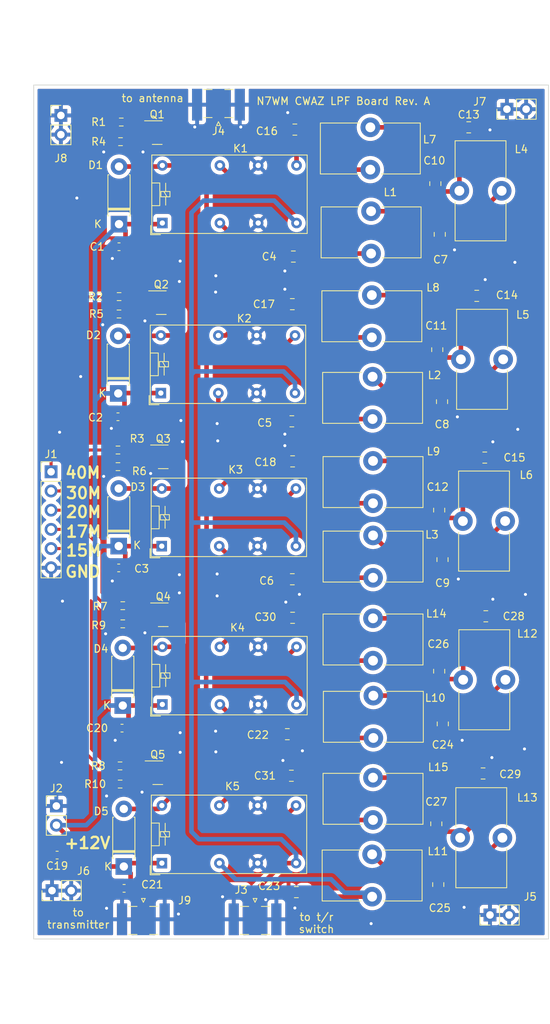
<source format=kicad_pcb>
(kicad_pcb (version 20211014) (generator pcbnew)
  (layers (0 "F.Cu" signal) (31 "B.Cu" signal) (34 "B.Paste" user) (35 "F.Paste" user) (36 "B.SilkS" user "B.Silkscreen") (37 "F.SilkS" user "F.Silkscreen") (38 "B.Mask" user) (39 "F.Mask" user) (44 "Edge.Cuts" user))
  (net 0 "")
  (net 1 "GND")
  (net 2 "Net-(K1-Pad4)")
  (net 3 "Net-(C5-Pad1)")
  (net 4 "Net-(C6-Pad1)")
  (net 5 "Net-(C10-Pad2)")
  (net 6 "Net-(C11-Pad2)")
  (net 7 "Net-(C12-Pad2)")
  (net 8 "Net-(C10-Pad1)")
  (net 9 "Net-(C11-Pad1)")
  (net 10 "Net-(C12-Pad1)")
  (net 11 "Net-(C16-Pad1)")
  (net 12 "Net-(C17-Pad1)")
  (net 13 "Net-(C18-Pad1)")
  (net 14 "Net-(K4-Pad4)")
  (net 15 "Net-(C23-Pad1)")
  (net 16 "Net-(C24-Pad1)")
  (net 17 "Net-(C25-Pad1)")
  (net 18 "Net-(C26-Pad1)")
  (net 19 "Net-(C27-Pad1)")
  (net 20 "Net-(C30-Pad1)")
  (net 21 "Net-(K5-Pad13)")
  (net 22 "Net-(D1-Pad2)")
  (net 23 "Net-(D2-Pad2)")
  (net 24 "Net-(D3-Pad2)")
  (net 25 "Net-(D4-Pad2)")
  (net 26 "Net-(D5-Pad2)")
  (net 27 "Net-(K2-Pad8)")
  (net 28 "Net-(K2-Pad9)")
  (net 29 "Net-(Q1-Pad1)")
  (net 30 "Net-(Q2-Pad1)")
  (net 31 "Net-(Q3-Pad1)")
  (net 32 "Net-(Q4-Pad1)")
  (net 33 "Net-(Q5-Pad1)")
  (net 34 "/VDD12")
  (net 35 "/40M")
  (net 36 "/30M")
  (net 37 "/20M")
  (net 38 "/17M")
  (net 39 "/15M")
  (footprint "Diode_THT:D_DO-41_SOD81_P7.62mm_Horizontal" (layer "F.Cu") (at 91.0375 143.41 90)
    (fp_text reference "D5")
    (fp_text value "1N4152")
  )
  (footprint "Capacitor_SMD:C_0805_2012Metric_Pad1.18x1.45mm_HandSolder" (layer "F.Cu") (at 113.3 84.5 180)
    (fp_text reference "C5")
    (fp_text value "150p+150p")
  )
  (footprint "Package_TO_SOT_SMD:SOT-23" (layer "F.Cu") (at 95.4625 46.3)
    (fp_text reference "Q1")
    (fp_text value "MMBT3904")
  )
  (footprint "Resistor_SMD:R_0603_1608Metric_Pad0.98x0.95mm_HandSolder" (layer "F.Cu") (at 90.4125 68 180)
    (fp_text reference "R2")
    (fp_text value "R_US")
  )
  (footprint "Resistor_SMD:R_0603_1608Metric_Pad0.98x0.95mm_HandSolder" (layer "F.Cu") (at 90.7 44.9 180)
    (fp_text reference "R1")
    (fp_text value "R_US")
  )
  (footprint "Package_TO_SOT_SMD:SOT-23" (layer "F.Cu") (at 96.2625 89.2)
    (fp_text reference "Q3")
    (fp_text value "MMBT3904")
  )
  (footprint "Capacitor_SMD:C_0805_2012Metric_Pad1.18x1.45mm_HandSolder" (layer "F.Cu") (at 133.2 81.9 -90)
    (fp_text reference "C8")
    (fp_text value "470p")
  )
  (footprint "Resistor_SMD:R_0603_1608Metric_Pad0.98x0.95mm_HandSolder" (layer "F.Cu") (at 90.4 70.3 180)
    (fp_text reference "R5")
    (fp_text value "R_US")
  )
  (footprint "Connector_PinHeader_2.54mm:PinHeader_1x02_P2.54mm_Vertical" (layer "F.Cu") (at 82.7 44.025)
    (fp_text reference "J8")
    (fp_text value "Conn_01x02_Male")
  )
  (footprint "Relay_THT:Relay_DPDT_Omron_G5V-2" (layer "F.Cu") (at 95.9425 80.7625 90)
    (fp_text reference "K2")
    (fp_text value "G5V-2")
  )
  (footprint "Inductor_THT:L_Toroid_Vertical_L13.0mm_W6.5mm_P5.60mm" (layer "F.Cu") (at 124.0625 99.6)
    (fp_text reference "L3")
    (fp_text value "670nH")
  )
  (footprint "Diode_THT:D_DO-41_SOD81_P7.62mm_Horizontal" (layer "F.Cu") (at 90.4 58.41 90)
    (fp_text reference "D1")
    (fp_text value "1N4152")
  )
  (footprint "Connector_PinHeader_2.54mm:PinHeader_1x02_P2.54mm_Vertical" (layer "F.Cu") (at 82.1 135.4)
    (fp_text reference "J2")
    (fp_text value "Conn_01x02_Male")
  )
  (footprint "Capacitor_SMD:C_0603_1608Metric_Pad1.08x0.95mm_HandSolder" (layer "F.Cu") (at 82.2 141.9 180)
    (fp_text reference "C19")
    (fp_text value "0.1uF")
  )
  (footprint "Relay_THT:Relay_DPDT_Omron_G5V-2" (layer "F.Cu") (at 96.1425 121.9625 90)
    (fp_text reference "K4")
    (fp_text value "G5V-2")
  )
  (footprint "Inductor_THT:L_Toroid_Vertical_L13.0mm_W6.5mm_P5.60mm" (layer "F.Cu") (at 135.6 139.6 90)
    (fp_text reference "L13")
    (fp_text value "406nH")
  )
  (footprint "Package_TO_SOT_SMD:SOT-23" (layer "F.Cu") (at 96.2625 110.1)
    (fp_text reference "Q4")
    (fp_text value "MMBT3904")
  )
  (footprint "Capacitor_SMD:C_0805_2012Metric_Pad1.18x1.45mm_HandSolder" (layer "F.Cu") (at 113.3625 69 180)
    (fp_text reference "C17")
    (fp_text value "150p+150p")
  )
  (footprint "Resistor_SMD:R_0603_1608Metric_Pad0.98x0.95mm_HandSolder" (layer "F.Cu") (at 90.2625 88.3 180)
    (fp_text reference "R3")
    (fp_text value "R_US")
  )
  (footprint "Relay_THT:Relay_DPDT_Omron_G5V-2" (layer "F.Cu") (at 96.0625 101.02 90)
    (fp_text reference "K3")
    (fp_text value "G5V-2")
  )
  (footprint "Capacitor_SMD:C_0603_1608Metric_Pad1.08x0.95mm_HandSolder" (layer "F.Cu") (at 91.075 146.3 180)
    (fp_text reference "C21")
    (fp_text value "0.1uF")
  )
  (footprint "Relay_THT:Relay_DPDT_Omron_G5V-2" (layer "F.Cu") (at 96.1425 58.2625 90)
    (fp_text reference "K1")
    (fp_text value "G5V-2")
  )
  (footprint "Connector_Coaxial:SMA_Samtec_SMA-J-P-X-ST-EM1_EdgeMount" (layer "F.Cu") (at 93.625 150.4)
    (fp_text reference "J9")
    (fp_text value "Conn_Coaxial")
  )
  (footprint "Package_TO_SOT_SMD:SOT-23" (layer "F.Cu") (at 95.5375 131)
    (fp_text reference "Q5")
    (fp_text value "MMBT3904")
  )
  (footprint "Resistor_SMD:R_0603_1608Metric_Pad0.98x0.95mm_HandSolder" (layer "F.Cu") (at 90.2625 90.5 180)
    (fp_text reference "R6")
    (fp_text value "R_US")
  )
  (footprint "Capacitor_SMD:C_0805_2012Metric_Pad1.18x1.45mm_HandSolder" (layer "F.Cu") (at 138.6375 131.1)
    (fp_text reference "C29")
    (fp_text value "220p")
  )
  (footprint "Relay_THT:Relay_DPDT_Omron_G5V-2" (layer "F.Cu") (at 96.08 142.9625 90)
    (fp_text reference "K5")
    (fp_text value "G5V-2")
  )
  (footprint "Inductor_THT:L_Toroid_Vertical_L13.0mm_W6.5mm_P5.60mm" (layer "F.Cu") (at 135.5 54 90)
    (fp_text reference "L4")
    (fp_text value "1.22uH")
  )
  (footprint "Capacitor_SMD:C_0805_2012Metric_Pad1.18x1.45mm_HandSolder" (layer "F.Cu") (at 112.7 125.9 180)
    (fp_text reference "C22")
    (fp_text value "82p+82p")
  )
  (footprint "Capacitor_SMD:C_0805_2012Metric_Pad1.18x1.45mm_HandSolder" (layer "F.Cu") (at 136.7375 45.6)
    (fp_text reference "C13")
    (fp_text value "330p+330p")
  )
  (footprint "Connector_Coaxial:SMA_Samtec_SMA-J-P-X-ST-EM1_EdgeMount" (layer "F.Cu") (at 108.425 150.4)
    (fp_text reference "J3")
    (fp_text value "Conn_Coaxial")
  )
  (footprint "Capacitor_SMD:C_0603_1608Metric_Pad1.08x0.95mm_HandSolder" (layer "F.Cu") (at 90.4 61.4 180)
    (fp_text reference "C1")
    (fp_text value "0.1uF")
  )
  (footprint "Inductor_THT:L_Toroid_Vertical_L13.0mm_W6.5mm_P5.60mm" (layer "F.Cu") (at 123.9375 141.8)
    (fp_text reference "L11")
    (fp_text value "447nH")
  )
  (footprint "Capacitor_SMD:C_0805_2012Metric_Pad1.18x1.45mm_HandSolder" (layer "F.Cu") (at 132.567 75.022 90)
    (fp_text reference "C11")
    (fp_text value "68p")
  )
  (footprint "Resistor_SMD:R_0603_1608Metric_Pad0.98x0.95mm_HandSolder" (layer "F.Cu") (at 90.9 111.3 180)
    (fp_text reference "R9")
    (fp_text value "R_US")
  )
  (footprint "Diode_THT:D_DO-41_SOD81_P7.62mm_Horizontal" (layer "F.Cu") (at 90.9 122.11 90)
    (fp_text reference "D4")
    (fp_text value "1N4152")
  )
  (footprint "Inductor_THT:L_Toroid_Vertical_L13.0mm_W6.5mm_P5.60mm" (layer "F.Cu") (at 124 78.6)
    (fp_text reference "L2")
    (fp_text value "928nH")
  )
  (footprint "Capacitor_SMD:C_0805_2012Metric_Pad1.18x1.45mm_HandSolder" (layer "F.Cu") (at 113.3625 105.4 180)
    (fp_text reference "C6")
    (fp_text value "220p")
  )
  (footprint "Capacitor_SMD:C_0805_2012Metric_Pad1.18x1.45mm_HandSolder" (layer "F.Cu") (at 113.5 62.7 180)
    (fp_text reference "C4")
    (fp_text value "330p+100p")
  )
  (footprint "Inductor_THT:L_Toroid_Vertical_L13.0mm_W6.5mm_P5.60mm" (layer "F.Cu") (at 124.058 95.342 180)
    (fp_text reference "L9")
    (fp_text value "670nH")
  )
  (footprint "Connector_PinHeader_2.54mm:PinHeader_1x02_P2.54mm_Vertical" (layer "F.Cu") (at 139.552 149.825 90)
    (fp_text reference "J5")
    (fp_text value "Conn_01x02_Male")
  )
  (footprint "Resistor_SMD:R_0603_1608Metric_Pad0.98x0.95mm_HandSolder" (layer "F.Cu") (at 90.6 47.5 180)
    (fp_text reference "R4")
    (fp_text value "R_US")
  )
  (footprint "Inductor_THT:L_Toroid_Vertical_L13.0mm_W6.5mm_P5.60mm" (layer "F.Cu") (at 123.8 56.7)
    (fp_text reference "L1")
    (fp_text value "1.34uH")
  )
  (footprint "Inductor_THT:L_Toroid_Vertical_L13.0mm_W6.5mm_P5.60mm" (layer "F.Cu") (at 123.7 51.2 180)
    (fp_text reference "L7")
    (fp_text value "1.34uH")
  )
  (footprint "Inductor_THT:L_Toroid_Vertical_L13.0mm_W6.5mm_P5.60mm" (layer "F.Cu") (at 135.9625 97.7 90)
    (fp_text reference "L6")
    (fp_text value "608nH")
  )
  (footprint "Resistor_SMD:R_0603_1608Metric_Pad0.98x0.95mm_HandSolder" (layer "F.Cu") (at 90.5375 130.1 180)
    (fp_text reference "R8")
    (fp_text value "R_US")
  )
  (footprint "Capacitor_SMD:C_0805_2012Metric_Pad1.18x1.45mm_HandSolder" (layer "F.Cu") (at 113.7 45.9 180)
    (fp_text reference "C16")
    (fp_text value "330p+100p")
  )
  (footprint "Inductor_THT:L_Toroid_Vertical_L13.0mm_W6.5mm_P5.60mm" (layer "F.Cu") (at 123.9 73.4 180)
    (fp_text reference "L8")
    (fp_text value "928nH")
  )
  (footprint "Resistor_SMD:R_0603_1608Metric_Pad0.98x0.95mm_HandSolder" (layer "F.Cu") (at 90.9 108.9 180)
    (fp_text reference "R7")
    (fp_text value "R_US")
  )
  (footprint "Capacitor_SMD:C_0603_1608Metric_Pad1.08x0.95mm_HandSolder" (layer "F.Cu") (at 90.3625 103.9 180)
    (fp_text reference "C3")
    (fp_text value "0.1uF")
  )
  (footprint "Inductor_THT:L_Toroid_Vertical_L13.0mm_W6.5mm_P5.60mm" (layer "F.Cu") (at 135.7 76.3 90)
    (fp_text reference "L5")
    (fp_text value "843nH")
  )
  (footprint "Capacitor_SMD:C_0805_2012Metric_Pad1.18x1.45mm_HandSolder" (layer "F.Cu") (at 132.821 96.2525 90)
    (fp_text reference "C12")
    (fp_text value "47p")
  )
  (footprint "Connector_Coaxial:SMA_Samtec_SMA-J-P-X-ST-EM1_EdgeMount" (layer "F.Cu") (at 103.575 42.6 180)
    (fp_text reference "J4")
    (fp_text value "Conn_Coaxial")
  )
  (footprint "Inductor_THT:L_Toroid_Vertical_L13.0mm_W6.5mm_P5.60mm" (layer "F.Cu") (at 136 118.7 90)
    (fp_text reference "L12")
    (fp_text value "471nH")
  )
  (footprint "Capacitor_SMD:C_0805_2012Metric_Pad1.18x1.45mm_HandSolder" (layer "F.Cu") (at 113.9 146.8 180)
    (fp_text reference "C23")
    (fp_text value "150p")
  )
  (footprint "Capacitor_SMD:C_0805_2012Metric_Pad1.18x1.45mm_HandSolder" (layer "F.Cu") (at 113.4 89.8 180)
    (fp_text reference "C18")
    (fp_text value "220p")
  )
  (footprint "Capacitor_SMD:C_0805_2012Metric_Pad1.18x1.45mm_HandSolder" (layer "F.Cu") (at 132.821 117.567 90)
    (fp_text reference "C26")
    (fp_text value "39p")
  )
  (footprint "Capacitor_SMD:C_0805_2012Metric_Pad1.18x1.45mm_HandSolder" (layer "F.Cu") (at 132.9 59.7625 -90)
    (fp_text reference "C7")
    (fp_text value "330p+330p")
  )
  (footprint "Diode_THT:D_DO-41_SOD81_P7.62mm_Horizontal" (layer "F.Cu") (at 90.3625 101.01 90)
    (fp_text reference "D3")
    (fp_text value "1N4152")
  )
  (footprint "Capacitor_SMD:C_0603_1608Metric_Pad1.08x0.95mm_HandSolder" (layer "F.Cu") (at 90.8 125.1 180)
    (fp_text reference "C20")
    (fp_text value "0.1uF")
  )
  (footprint "Connector_PinHeader_2.54mm:PinHeader_1x06_P2.54mm_Vertical" (layer "F.Cu") (at 81.4 91.18)
    (fp_text reference "J1")
    (fp_text value "Conn_01x06_Male")
  )
  (footprint "Capacitor_SMD:C_0805_2012Metric_Pad1.18x1.45mm_HandSolder" (layer "F.Cu") (at 113.2375 131.4 180)
    (fp_text reference "C31")
    (fp_text value "150p")
  )
  (footprint "Capacitor_SMD:C_0805_2012Metric_Pad1.18x1.45mm_HandSolder" (layer "F.Cu") (at 133.2625 102.8 -90)
    (fp_text reference "C9")
    (fp_text value "330p")
  )
  (footprint "Capacitor_SMD:C_0805_2012Metric_Pad1.18x1.45mm_HandSolder" (layer "F.Cu") (at 132.44 137.76 90)
    (fp_text reference "C27")
    (fp_text value "33p")
  )
  (footprint "Connector_PinHeader_2.54mm:PinHeader_1x02_P2.54mm_Vertical" (layer "F.Cu") (at 141.8 43.2 90)
    (fp_text reference "J7")
    (fp_text value "Conn_01x02_Male")
  )
  (footprint "Capacitor_SMD:C_0805_2012Metric_Pad1.18x1.45mm_HandSolder" (layer "F.Cu") (at 137.8 67.9)
    (fp_text reference "C14")
    (fp_text value "470p")
  )
  (footprint "Capacitor_SMD:C_0805_2012Metric_Pad1.18x1.45mm_HandSolder" (layer "F.Cu") (at 132.7 145.8 -90)
    (fp_text reference "C25")
    (fp_text value "220p")
  )
  (footprint "Inductor_THT:L_Toroid_Vertical_L13.0mm_W6.5mm_P5.60mm" (layer "F.Cu") (at 124.058 137.252 180)
    (fp_text reference "L15")
    (fp_text value "447nH")
  )
  (footprint "Package_TO_SOT_SMD:SOT-23" (layer "F.Cu") (at 96 68.8)
    (fp_text reference "Q2")
    (fp_text value "MMBT3904")
  )
  (footprint "Capacitor_SMD:C_0805_2012Metric_Pad1.18x1.45mm_HandSolder" (layer "F.Cu") (at 132.313 53.051 90)
    (fp_text reference "C10")
    (fp_text value "100p")
  )
  (footprint "Connector_PinHeader_2.54mm:PinHeader_1x02_P2.54mm_Vertical" (layer "F.Cu") (at 81.525 146.6 90)
    (fp_text reference "J6")
    (fp_text value "Conn_01x02_Male")
  )
  (footprint "Capacitor_SMD:C_0805_2012Metric_Pad1.18x1.45mm_HandSolder" (layer "F.Cu") (at 139 110.3)
    (fp_text reference "C28")
    (fp_text value "100p+150p")
  )
  (footprint "Resistor_SMD:R_0603_1608Metric_Pad0.98x0.95mm_HandSolder" (layer "F.Cu") (at 90.55 132.5 180)
    (fp_text reference "R10")
    (fp_text value "R_US")
  )
  (footprint "Inductor_THT:L_Toroid_Vertical_L13.0mm_W6.5mm_P5.60mm" (layer "F.Cu") (at 124.058 116.17 180)
    (fp_text reference "L14")
    (fp_text value "519nH")
  )
  (footprint "Capacitor_SMD:C_0805_2012Metric_Pad1.18x1.45mm_HandSolder" (layer "F.Cu") (at 138.8625 89.3)
    (fp_text reference "C15")
    (fp_text value "330p")
  )
  (footprint "Inductor_THT:L_Toroid_Vertical_L13.0mm_W6.5mm_P5.60mm" (layer "F.Cu") (at 124.1 120.8)
    (fp_text reference "L10")
    (fp_text value "519nH")
  )
  (footprint "Capacitor_SMD:C_0603_1608Metric_Pad1.08x0.95mm_HandSolder" (layer "F.Cu") (at 90.2625 83.9 180)
    (fp_text reference "C2")
    (fp_text value "0.1uF")
  )
  (footprint "Diode_THT:D_DO-41_SOD81_P7.62mm_Horizontal" (layer "F.Cu") (at 90.3 80.81 90)
    (fp_text reference "D2")
    (fp_text value "1N4152")
  )
  (footprint "Capacitor_SMD:C_0805_2012Metric_Pad1.18x1.45mm_HandSolder" (layer "F.Cu") (at 133.3 124.5375 -90)
    (fp_text reference "C24")
    (fp_text value "100p+150p")
  )
  (footprint "Capacitor_SMD:C_0805_2012Metric_Pad1.18x1.45mm_HandSolder" (layer "F.Cu") (at 113.4 110.5 180)
    (fp_text reference "C30")
    (fp_text value "82p+82p")
  )
  (gr_rect (start 79.1 40) (end 147.3 153) (layer "Edge.Cuts") (width 0.1) (fill none))
  (gr_text "to antenna" (at 94.848 41.748) (layer "F.SilkS") (effects (font (size 1 1))))
  (gr_text "20M" (at 85.7 96.5) (layer "F.SilkS") (effects (font (size 1.5 1.5) (thickness 0.3))))
  (gr_text "17M" (at 85.7 99.1) (layer "F.SilkS") (effects (font (size 1.5 1.5) (thickness 0.3))))
  (gr_text "GND" (at 85.6 104.4) (layer "F.SilkS") (effects (font (size 1.5 1.5) (thickness 0.3))))
  (gr_text "N7WM CWAZ LPF Board Rev. A" (at 120.121 42.129) (layer "F.SilkS") (effects (font (size 1 1))))
  (gr_text "to\ntransmitter" (at 85 150.3) (layer "F.SilkS") (effects (font (size 1 1))))
  (gr_text "40M" (at 85.6 91.3) (layer "F.SilkS") (effects (font (size 1.5 1.5) (thickness 0.3))))
  (gr_text "+12V" (at 86.212 140.3) (layer "F.SilkS") (effects (font (size 1.5 1.5) (thickness 0.3))))
  (gr_text "15M" (at 85.7 101.6) (layer "F.SilkS") (effects (font (size 1.5 1.5) (thickness 0.3))))
  (gr_text "to t/r\nswitch" (at 116.565 150.9) (layer "F.SilkS") (effects (font (size 1 1))))
  (gr_text "30M" (at 85.7 94) (layer "F.SilkS") (effects (font (size 1.5 1.5) (thickness 0.3))))
  (via (at 89.895 126.711) (size 0.8) (drill 0.4) (layers "F.Cu" "B.Cu") (net 1))
  (via (at 103.23 128.235) (size 0.8) (drill 0.4) (layers "F.Cu" "B.Cu") (net 1))
  (via (at 82.783 129.632) (size 0.8) (drill 0.4) (layers "F.Cu" "B.Cu") (net 1))
  (via (at 114.3 107.4) (size 0.8) (drill 0.4) (layers "F.Cu" "B.Cu") (net 1))
  (via (at 136.123 148.809) (size 0.8) (drill 0.4) (layers "F.Cu" "B.Cu") (net 1))
  (via (at 103.4 84.8) (size 0.8) (drill 0.4) (layers "F.Cu" "B.Cu") (net 1))
  (via (at 112.374 64.608) (size 0.8) (drill 0.4) (layers "F.Cu" "B.Cu") (net 1))
  (via (at 98.5 128.3) (size 0.8) (drill 0.4) (layers "F.Cu" "B.Cu") (net 1))
  (via (at 93.578 48.86) (size 0.8) (drill 0.4) (layers "F.Cu" "B.Cu") (net 1))
  (via (at 112.374 86.198) (size 0.8) (drill 0.4) (layers "F.Cu" "B.Cu") (net 1))
  (via (at 135.361 105.375) (size 0.8) (drill 0.4) (layers "F.Cu" "B.Cu") (net 1))
  (via (at 98.5 63.3) (size 0.8) (drill 0.4) (layers "F.Cu" "B.Cu") (net 1))
  (via (at 103.484 87.087) (size 0.8) (drill 0.4) (layers "F.Cu" "B.Cu") (net 1))
  (via (at 139.933 87.214) (size 0.8) (drill 0.4) (layers "F.Cu" "B.Cu") (net 1))
  (via (at 139.933 108.042) (size 0.8) (drill 0.4) (layers "F.Cu" "B.Cu") (net 1))
  (via (at 106.532 45.558) (size 0.8) (drill 0.4) (layers "F.Cu" "B.Cu") (net 1))
  (via (at 135.234 83.912) (size 0.8) (drill 0.4) (layers "F.Cu" "B.Cu") (net 1))
  (via (at 88.371 48.86) (size 0.8) (drill 0.4) (layers "F.Cu" "B.Cu") (net 1))
  (via (at 134.853 61.814) (size 0.8) (drill 0.4) (layers "F.Cu" "B.Cu") (net 1))
  (via (at 88.371 91.786) (size 0.8) (drill 0.4) (layers "F.Cu" "B.Cu") (net 1))
  (via (at 139.552 45.939) (size 0.8) (drill 0.4) (layers "F.Cu" "B.Cu") (net 1))
  (via (at 135.869 126.711) (size 0.8) (drill 0.4) (layers "F.Cu" "B.Cu") (net 1))
  (via (at 88.752 134.077) (size 0.8) (drill 0.4) (layers "F.Cu" "B.Cu") (net 1))
  (via (at 93.451 133.569) (size 0.8) (drill 0.4) (layers "F.Cu" "B.Cu") (net 1))
  (via (at 114.7 128.1) (size 0.8) (drill 0.4) (layers "F.Cu" "B.Cu") (net 1))
  (via (at 103.4 107.6) (size 0.8) (drill 0.4) (layers "F.Cu" "B.Cu") (net 1))
  (via (at 89.387 85.436) (size 0.8) (drill 0.4) (layers "F.Cu" "B.Cu") (net 1))
  (via (at 143.235 85.563) (size 0.8) (drill 0.4) (layers "F.Cu" "B.Cu") (net 1))
  (via (at 94.594 91.405) (size 0.8) (drill 0.4) (layers "F.Cu" "B.Cu") (net 1))
  (via (at 93.832 112.487) (size 0.8) (drill 0.4) (layers "F.Cu" "B.Cu") (net 1))
  (via (at 112.374 67.021) (size 0.8) (drill 0.4) (layers "F.Cu" "B.Cu") (net 1))
  (via (at 142.854 63.465) (size 0.8) (drill 0.4) (layers "F.Cu" "B.Cu") (net 1))
  (via (at 104.119 147.412) (size 0.8) (drill 0.4) (layers "F.Cu" "B.Cu") (net 1))
  (via (at 103.2 125.5) (size 0.8) (drill 0.4) (layers "F.Cu" "B.Cu") (net 1))
  (via (at 109.834 147.793) (size 0.8) (drill 0.4) (layers "F.Cu" "B.Cu") (net 1))
  (via (at 139.806 128.997) (size 0.8) (drill 0.4) (layers "F.Cu" "B.Cu") (net 1))
  (via (at 144.124 127.854) (size 0.8) (drill 0.4) (layers "F.Cu" "B.Cu") (net 1))
  (via (at 103.2 67.4) (size 0.8) (drill 0.4) (layers "F.Cu" "B.Cu") (net 1))
  (via (at 98.5 125.7) (size 0.8) (drill 0.4) (layers "F.Cu" "B.Cu") (net 1))
  (via (at 123.804 150.968) (size 0.8) (drill 0.4) (layers "F.Cu" "B.Cu") (net 1))
  (via (at 112.374 87.722) (size 0.8) (drill 0.4) (layers "F.Cu" "B.Cu") (net 1))
  (via (at 88.244 71.72) (size 0.8) (drill 0.4) (layers "F.Cu" "B.Cu") (net 1))
  (via (at 98.8 87.2) (size 0.8) (drill 0.4) (layers "F.Cu" "B.Cu") (net 1))
  (via (at 88.625 112.614) (size 0.8) (drill 0.4) (layers "F.Cu" "B.Cu") (net 1))
  (via (at 103.23 65.243) (size 0.8) (drill 0.4) (layers "F.Cu" "B.Cu") (net 1))
  (via (at 98.4 66) (size 0.8) (drill 0.4) (layers "F.Cu" "B.Cu") (net 1))
  (via (at 88.752 148.936) (size 0.8) (drill 0.4) (layers "F.Cu" "B.Cu") (net 1))
  (via (at 82.91 108.296) (size 0.8) (drill 0.4) (layers "F.Cu" "B.Cu") (net 1))
  (via (at 112.755 43.653) (size 0.8) (drill 0.4) (layers "F.Cu" "B.Cu") (net 1))
  (via (at 144.251 107.407) (size 0.8) (drill 0.4) (layers "F.Cu" "B.Cu") (net 1))
  (via (at 89.514 105.629) (size 0.8) (drill 0.4) (layers "F.Cu" "B.Cu") (net 1))
  (via (at 98.4 107.2) (size 0.8) (drill 0.4) (layers "F.Cu" "B.Cu") (net 1))
  (via (at 89.514 62.957) (size 0.8) (drill 0.4) (layers "F.Cu" "B.Cu") (net 1))
  (via (at 100.436 45.558) (size 0.8) (drill 0.4) (layers "F.Cu" "B.Cu") (net 1))
  (via (at 112.501 108.423) (size 0.8) (drill 0.4) (layers "F.Cu" "B.Cu") (net 1))
  (via (at 113.7 148.9) (size 0.8) (drill 0.4) (layers "F.Cu" "B.Cu") (net 1))
  (via (at 82.529 85.944) (size 0.8) (drill 0.4) (layers "F.Cu" "B.Cu") (net 1))
  (via (at 103.4 104.7) (size 0.8) (drill 0.4) (layers "F.Cu" "B.Cu") (net 1))
  (via (at 84.815 54.956) (size 0.8) (drill 0.4) (layers "F.Cu" "B.Cu") (net 1))
  (via (at 85.323 78.578) (size 0.8) (drill 0.4) (layers "F.Cu" "B.Cu") (net 1))
  (via (at 138.917 65.751) (size 0.8) (drill 0.4) (layers "F.Cu" "B.Cu") (net 1))
  (via (at 98.6 84.4) (size 0.8) (drill 0.4) (layers "F.Cu" "B.Cu") (net 1))
  (via (at 112.12 129.378) (size 0.8) (drill 0.4) (layers "F.Cu" "B.Cu") (net 1))
  (via (at 98.4 104.8) (size 0.8) (drill 0.4) (layers "F.Cu" "B.Cu") (net 1))
  (via (at 93.832 71.212) (size 0.8) (drill 0.4) (layers "F.Cu" "B.Cu") (net 1))
  (via (at 98.277 149.698) (size 0.8) (drill 0.4) (layers "F.Cu" "B.Cu") (net 1))
  (segment (start 114.9375 62.3) (end 114.5375 62.7) (width 0.6096) (layer "F.Cu") (net 2))
  (segment (start 123.8 62.3) (end 115.2 62.3) (width 0.6096) (layer "F.Cu") (net 2))
  (segment (start 115.2 62.3) (end 114.9375 62.3) (width 0.6096) (layer "F.Cu") (net 2))
  (segment (start 103.7625 58.2625) (end 106 60.5) (width 0.6096) (layer "F.Cu") (net 2))
  (segment (start 106 60.5) (end 113.4 60.5) (width 0.6096) (layer "F.Cu") (net 2))
  (segment (start 113.4 60.5) (end 115.2 62.3) (width 0.6096) (layer "F.Cu") (net 2))
  (segment (start 114.6375 84.2) (end 114.3375 84.5) (width 0.6096) (layer "F.Cu") (net 3))
  (segment (start 116.7 84.2) (end 114.6375 84.2) (width 0.6096) (layer "F.Cu") (net 3))
  (segment (start 103.5625 82.2625) (end 104.2 82.9) (width 0.6096) (layer "F.Cu") (net 3))
  (segment (start 115.4 82.9) (end 116.7 84.2) (width 0.6096) (layer "F.Cu") (net 3))
  (segment (start 104.2 82.9) (end 115.4 82.9) (width 0.6096) (layer "F.Cu") (net 3))
  (segment (start 103.5625 80.7625) (end 103.5625 82.2625) (width 0.6096) (layer "F.Cu") (net 3))
  (segment (start 124 84.2) (end 116.7 84.2) (width 0.6096) (layer "F.Cu") (net 3))
  (segment (start 115.2 105.2) (end 114.6 105.2) (width 0.6096) (layer "F.Cu") (net 4))
  (segment (start 114.6 105.2) (end 114.4 105.4) (width 0.6096) (layer "F.Cu") (net 4))
  (segment (start 106.0625 103.4) (end 113.6 103.4) (width 0.6096) (layer "F.Cu") (net 4))
  (segment (start 115.2 105) (end 115.2 105.2) (width 0.6096) (layer "F.Cu") (net 4))
  (segment (start 124.0625 105.2) (end 115.2 105.2) (width 0.6096) (layer "F.Cu") (net 4))
  (segment (start 103.6825 101.02) (end 106.0625 103.4) (width 0.6096) (layer "F.Cu") (net 4))
  (segment (start 113.6 103.4) (end 115.2 105) (width 0.6096) (layer "F.Cu") (net 4))
  (segment (start 132.313 52.0135) (end 130.1755 52.0135) (width 0.6096) (layer "F.Cu") (net 5))
  (segment (start 130.875 56.7) (end 132.9 58.725) (width 0.6096) (layer "F.Cu") (net 5))
  (segment (start 130.1755 52.0135) (end 128.63 53.559) (width 0.6096) (layer "F.Cu") (net 5))
  (segment (start 136.375 58.725) (end 141.1 54) (width 0.6096) (layer "F.Cu") (net 5))
  (segment (start 128.85 56.7) (end 130.875 56.7) (width 0.6096) (layer "F.Cu") (net 5))
  (segment (start 128.63 53.559) (end 128.63 56.48) (width 0.6096) (layer "F.Cu") (net 5))
  (segment (start 132.9 58.725) (end 136.375 58.725) (width 0.6096) (layer "F.Cu") (net 5))
  (segment (start 123.8 56.7) (end 128.85 56.7) (width 0.6096) (layer "F.Cu") (net 5))
  (segment (start 128.63 56.48) (end 128.85 56.7) (width 0.6096) (layer "F.Cu") (net 5))
  (segment (start 127.9935 77.6905) (end 127.9935 80.8625) (width 0.6096) (layer "F.Cu") (net 6))
  (segment (start 132.567 73.9845) (end 131.6995 73.9845) (width 0.6096) (layer "F.Cu") (net 6))
  (segment (start 133.2 80.8625) (end 136.7375 80.8625) (width 0.6096) (layer "F.Cu") (net 6))
  (segment (start 127.9935 80.8625) (end 133.2 80.8625) (width 0.6096) (layer "F.Cu") (net 6))
  (segment (start 136.7375 80.8625) (end 141.3 76.3) (width 0.6096) (layer "F.Cu") (net 6))
  (segment (start 126.2625 80.8625) (end 127.9935 80.8625) (width 0.6096) (layer "F.Cu") (net 6))
  (segment (start 124 78.6) (end 126.2625 80.8625) (width 0.6096) (layer "F.Cu") (net 6))
  (segment (start 131.6995 73.9845) (end 127.9935 77.6905) (width 0.6096) (layer "F.Cu") (net 6))
  (segment (start 128.9545 101.7625) (end 133.2625 101.7625) (width 0.6096) (layer "F.Cu") (net 7))
  (segment (start 133.2625 101.7625) (end 137.5 101.7625) (width 0.6096) (layer "F.Cu") (net 7))
  (segment (start 132.821 95.215) (end 129.646 95.215) (width 0.6096) (layer "F.Cu") (net 7))
  (segment (start 126.225 101.7625) (end 128.9545 101.7625) (width 0.6096) (layer "F.Cu") (net 7))
  (segment (start 128.63 96.231) (end 128.63 101.438) (width 0.6096) (layer "F.Cu") (net 7))
  (segment (start 128.63 101.438) (end 128.9545 101.7625) (width 0.6096) (layer "F.Cu") (net 7))
  (segment (start 124.0625 99.6) (end 126.225 101.7625) (width 0.6096) (layer "F.Cu") (net 7))
  (segment (start 137.5 101.7625) (end 141.5625 97.7) (width 0.6096) (layer "F.Cu") (net 7))
  (segment (start 129.646 95.215) (end 128.63 96.231) (width 0.6096) (layer "F.Cu") (net 7))
  (segment (start 135.7 45.6) (end 135.5 45.8) (width 0.6096) (layer "F.Cu") (net 8))
  (segment (start 135.5 45.8) (end 135.5 54) (width 0.6096) (layer "F.Cu") (net 8))
  (segment (start 132.313 54.0885) (end 135.4115 54.0885) (width 0.6096) (layer "F.Cu") (net 8))
  (segment (start 123.7 45.6) (end 135.7 45.6) (width 0.6096) (layer "F.Cu") (net 8))
  (segment (start 135.4115 54.0885) (end 135.5 54) (width 0.6096) (layer "F.Cu") (net 8))
  (segment (start 136.7625 67.9) (end 135.7 68.9625) (width 0.6096) (layer "F.Cu") (net 9))
  (segment (start 132.567 76.0595) (end 135.4595 76.0595) (width 0.6096) (layer "F.Cu") (net 9))
  (segment (start 135.4595 76.0595) (end 135.7 76.3) (width 0.6096) (layer "F.Cu") (net 9))
  (segment (start 123.9 67.8) (end 136.6625 67.8) (width 0.6096) (layer "F.Cu") (net 9))
  (segment (start 135.7 68.9625) (end 135.7 76.3) (width 0.6096) (layer "F.Cu") (net 9))
  (segment (start 136.6625 67.8) (end 136.7625 67.9) (width 0.6096) (layer "F.Cu") (net 9))
  (segment (start 135.9625 91.1625) (end 135.9625 97.7) (width 0.6096) (layer "F.Cu") (net 10))
  (segment (start 137.825 89.3) (end 135.9625 91.1625) (width 0.6096) (layer "F.Cu") (net 10))
  (segment (start 135.5525 97.29) (end 135.9625 97.7) (width 0.6096) (layer "F.Cu") (net 10))
  (segment (start 132.821 97.29) (end 135.5525 97.29) (width 0.6096) (layer "F.Cu") (net 10))
  (segment (start 124.058 89.742) (end 137.383 89.742) (width 0.6096) (layer "F.Cu") (net 10))
  (segment (start 137.383 89.742) (end 137.825 89.3) (width 0.6096) (layer "F.Cu") (net 10))
  (segment (start 119.3 52.6) (end 120.7 51.2) (width 0.6096) (layer "F.Cu") (net 11))
  (segment (start 103.7625 50.6425) (end 105.72 52.6) (width 0.6096) (layer "F.Cu") (net 11))
  (segment (start 105.72 52.6) (end 119.3 52.6) (width 0.6096) (layer "F.Cu") (net 11))
  (segment (start 120.0375 51.2) (end 114.7375 45.9) (width 0.6096) (layer "F.Cu") (net 11))
  (segment (start 120.7 51.2) (end 120.0375 51.2) (width 0.6096) (layer "F.Cu") (net 11))
  (segment (start 123.7 51.2) (end 120.7 51.2) (width 0.6096) (layer "F.Cu") (net 11))
  (segment (start 104.5575 73.1425) (end 106.9 70.8) (width 0.6096) (layer "F.Cu") (net 12))
  (segment (start 118.8 73.4) (end 116.2 70.8) (width 0.6096) (layer "F.Cu") (net 12))
  (segment (start 103.5625 73.1425) (end 104.5575 73.1425) (width 0.6096) (layer "F.Cu") (net 12))
  (segment (start 106.9 70.8) (end 116.2 70.8) (width 0.6096) (layer "F.Cu") (net 12))
  (segment (start 116.2 70.8) (end 114.4 69) (width 0.6096) (layer "F.Cu") (net 12))
  (segment (start 123.9 73.4) (end 118.8 73.4) (width 0.6096) (layer "F.Cu") (net 12))
  (segment (start 116.16875 91.53125) (end 114.4375 89.8) (width 0.6096) (layer "F.Cu") (net 13))
  (segment (start 124.058 95.342) (end 119.9795 95.342) (width 0.6096) (layer "F.Cu") (net 13))
  (segment (start 116.0375 91.4) (end 116.16875 91.53125) (width 0.6096) (layer "F.Cu") (net 13))
  (segment (start 119.9795 95.342) (end 116.16875 91.53125) (width 0.6096) (layer "F.Cu") (net 13))
  (segment (start 105.6825 91.4) (end 116.0375 91.4) (width 0.6096) (layer "F.Cu") (net 13))
  (segment (start 103.6825 93.4) (end 105.6825 91.4) (width 0.6096) (layer "F.Cu") (net 13))
  (segment (start 105.8 124) (end 113.3 124) (width 0.6096) (layer "F.Cu") (net 14))
  (segment (start 124.1 126.4) (end 114.2375 126.4) (width 0.6096) (layer "F.Cu") (net 14))
  (segment (start 114.2375 126.4) (end 113.7375 125.9) (width 0.6096) (layer "F.Cu") (net 14))
  (segment (start 103.7625 121.9625) (end 105.8 124) (width 0.6096) (layer "F.Cu") (net 14))
  (segment (start 113.3 124) (end 113.7375 124.4375) (width 0.6096) (layer "F.Cu") (net 14))
  (segment (start 113.7375 124.4375) (end 113.7375 125.9) (width 0.6096) (layer "F.Cu") (net 14))
  (segment (start 123.9375 147.4) (end 115.5375 147.4) (width 0.6096) (layer "F.Cu") (net 15))
  (segment (start 115.5375 147.4) (end 114.9375 146.8) (width 0.6096) (layer "F.Cu") (net 15))
  (segment (start 120.288689 146.888689) (end 118.5 145.1) (width 0.6096) (layer "B.Cu") (net 15))
  (segment (start 105.8375 145.1) (end 103.7 142.9625) (width 0.6096) (layer "B.Cu") (net 15))
  (segment (start 118.5 145.1) (end 105.8375 145.1) (width 0.6096) (layer "B.Cu") (net 15))
  (segment (start 123.426189 146.888689) (end 120.288689 146.888689) (width 0.6096) (layer "B.Cu") (net 15))
  (segment (start 123.9375 147.4) (end 123.426189 146.888689) (width 0.6096) (layer "B.Cu") (net 15))
  (segment (start 130.6 120.8) (end 133.3 123.5) (width 0.6096) (layer "F.Cu") (net 16))
  (segment (start 124.1 120.8) (end 129.069 120.8) (width 0.6096) (layer "F.Cu") (net 16))
  (segment (start 128.63 117.694) (end 128.63 120.361) (width 0.6096) (layer "F.Cu") (net 16))
  (segment (start 141.6 118.7) (end 136.8 123.5) (width 0.6096) (layer "F.Cu") (net 16))
  (segment (start 129.069 120.8) (end 130.6 120.8) (width 0.6096) (layer "F.Cu") (net 16))
  (segment (start 136.8 123.5) (end 133.3 123.5) (width 0.6096) (layer "F.Cu") (net 16))
  (segment (start 128.63 120.361) (end 129.069 120.8) (width 0.6096) (layer "F.Cu") (net 16))
  (segment (start 129.7945 116.5295) (end 128.63 117.694) (width 0.6096) (layer "F.Cu") (net 16))
  (segment (start 132.821 116.5295) (end 129.7945 116.5295) (width 0.6096) (layer "F.Cu") (net 16))
  (segment (start 128.249 144.399) (end 128.6125 144.7625) (width 0.6096) (layer "F.Cu") (net 17))
  (segment (start 128.249 139.03) (end 128.249 144.399) (width 0.6096) (layer "F.Cu") (net 17))
  (segment (start 132.7 144.7625) (end 136.0375 144.7625) (width 0.6096) (layer "F.Cu") (net 17))
  (segment (start 123.9375 141.8) (end 126.9 144.7625) (width 0.6096) (layer "F.Cu") (net 17))
  (segment (start 128.6125 144.7625) (end 132.7 144.7625) (width 0.6096) (layer "F.Cu") (net 17))
  (segment (start 126.9 144.7625) (end 128.6125 144.7625) (width 0.6096) (layer "F.Cu") (net 17))
  (segment (start 132.44 136.7225) (end 130.5565 136.7225) (width 0.6096) (layer "F.Cu") (net 17))
  (segment (start 136.0375 144.7625) (end 141.2 139.6) (width 0.6096) (layer "F.Cu") (net 17))
  (segment (start 130.5565 136.7225) (end 128.249 139.03) (width 0.6096) (layer "F.Cu") (net 17))
  (segment (start 137.9625 114.0765) (end 137.9625 110.3) (width 0.6096) (layer "F.Cu") (net 18))
  (segment (start 132.821 118.6045) (end 135.9045 118.6045) (width 0.6096) (layer "F.Cu") (net 18))
  (segment (start 124.058 110.57) (end 137.6925 110.57) (width 0.6096) (layer "F.Cu") (net 18))
  (segment (start 135.9045 118.6045) (end 136 118.7) (width 0.6096) (layer "F.Cu") (net 18))
  (segment (start 136 118.7) (end 136 116.039) (width 0.6096) (layer "F.Cu") (net 18))
  (segment (start 137.6925 110.57) (end 137.9625 110.3) (width 0.6096) (layer "F.Cu") (net 18))
  (segment (start 136 116.039) (end 137.9625 114.0765) (width 0.6096) (layer "F.Cu") (net 18))
  (segment (start 134.7975 138.7975) (end 135.6 139.6) (width 0.6096) (layer "F.Cu") (net 19))
  (segment (start 135.6 139.6) (end 137.6 137.6) (width 0.6096) (layer "F.Cu") (net 19))
  (segment (start 124.058 131.652) (end 137.048 131.652) (width 0.6096) (layer "F.Cu") (net 19))
  (segment (start 137.6 137.6) (end 137.6 131.1) (width 0.6096) (layer "F.Cu") (net 19))
  (segment (start 137.048 131.652) (end 137.6 131.1) (width 0.6096) (layer "F.Cu") (net 19))
  (segment (start 132.44 138.7975) (end 134.7975 138.7975) (width 0.6096) (layer "F.Cu") (net 19))
  (segment (start 124.058 116.17) (end 120.1075 116.17) (width 0.6096) (layer "F.Cu") (net 20))
  (segment (start 116.36875 112.43125) (end 114.4375 110.5) (width 0.6096) (layer "F.Cu") (net 20))
  (segment (start 116.3375 112.4) (end 116.36875 112.43125) (width 0.6096) (layer "F.Cu") (net 20))
  (segment (start 103.7625 114.3425) (end 105.705 112.4) (width 0.6096) (layer "F.Cu") (net 20))
  (segment (start 105.705 112.4) (end 116.3375 112.4) (width 0.6096) (layer "F.Cu") (net 20))
  (segment (start 120.1075 116.17) (end 116.36875 112.43125) (width 0.6096) (layer "F.Cu") (net 20))
  (segment (start 105.7425 133.3) (end 115.7 133.3) (width 0.6096) (layer "F.Cu") (net 21))
  (segment (start 103.7 135.3425) (end 105.7425 133.3) (width 0.6096) (layer "F.Cu") (net 21))
  (segment (start 124.058 137.252) (end 120.127 137.252) (width 0.6096) (layer "F.Cu") (net 21))
  (segment (start 115.9375 133.0625) (end 114.275 131.4) (width 0.6096) (layer "F.Cu") (net 21))
  (segment (start 115.7 133.3) (end 115.9375 133.0625) (width 0.6096) (layer "F.Cu") (net 21))
  (segment (start 120.127 137.252) (end 115.9375 133.0625) (width 0.6096) (layer "F.Cu") (net 21))
  (segment (start 95.995 50.79) (end 96.1425 50.6425) (width 0.6096) (layer "F.Cu") (net 22))
  (segment (start 98.15 50.13) (end 97.6375 50.6425) (width 0.6096) (layer "F.Cu") (net 22))
  (segment (start 96.4 46.3) (end 97.368 46.3) (width 0.6096) (layer "F.Cu") (net 22))
  (segment (start 97.368 46.3) (end 98.15 47.082) (width 0.6096) (layer "F.Cu") (net 22))
  (segment (start 97.6375 50.6425) (end 96.1425 50.6425) (width 0.6096) (layer "F.Cu") (net 22))
  (segment (start 98.15 47.082) (end 98.15 50.13) (width 0.6096) (layer "F.Cu") (net 22))
  (segment (start 90.4 50.79) (end 95.995 50.79) (width 0.6096) (layer "F.Cu") (net 22))
  (segment (start 98.658 72.228) (end 97.7435 73.1425) (width 0.6096) (layer "F.Cu") (net 23))
  (segment (start 97.7435 73.1425) (end 95.9425 73.1425) (width 0.6096) (layer "F.Cu") (net 23))
  (segment (start 97.389 68.8) (end 98.658 70.069) (width 0.6096) (layer "F.Cu") (net 23))
  (segment (start 90.3 73.19) (end 95.895 73.19) (width 0.6096) (layer "F.Cu") (net 23))
  (segment (start 98.658 70.069) (end 98.658 72.228) (width 0.6096) (layer "F.Cu") (net 23))
  (segment (start 96.9375 68.8) (end 97.389 68.8) (width 0.6096) (layer "F.Cu") (net 23))
  (segment (start 95.895 73.19) (end 95.9425 73.1425) (width 0.6096) (layer "F.Cu") (net 23))
  (segment (start 98.658 90.135) (end 98.658 92.675) (width 0.6096) (layer "F.Cu") (net 24))
  (segment (start 97.2 89.2) (end 97.723 89.2) (width 0.6096) (layer "F.Cu") (net 24))
  (segment (start 97.723 89.2) (end 98.658 90.135) (width 0.6096) (layer "F.Cu") (net 24))
  (segment (start 96.0525 93.39) (end 96.0625 93.4) (width 0.6096) (layer "F.Cu") (net 24))
  (segment (start 98.658 92.675) (end 97.933 93.4) (width 0.6096) (layer "F.Cu") (net 24))
  (segment (start 97.933 93.4) (end 96.0625 93.4) (width 0.6096) (layer "F.Cu") (net 24))
  (segment (start 90.3625 93.39) (end 96.0525 93.39) (width 0.6096) (layer "F.Cu") (net 24))
  (segment (start 98.404 113.757) (end 97.8185 114.3425) (width 0.6096) (layer "F.Cu") (net 25))
  (segment (start 97.8185 114.3425) (end 96.1425 114.3425) (width 0.6096) (layer "F.Cu") (net 25))
  (segment (start 95.995 114.49) (end 96.1425 114.3425) (width 0.6096) (layer "F.Cu") (net 25))
  (segment (start 98.404 111.304) (end 98.404 113.757) (width 0.6096) (layer "F.Cu") (net 25))
  (segment (start 97.2 110.1) (end 98.404 111.304) (width 0.6096) (layer "F.Cu") (net 25))
  (segment (start 90.9 114.49) (end 95.995 114.49) (width 0.6096) (layer "F.Cu") (net 25))
  (segment (start 96.475 131) (end 97.613 131) (width 0.6096) (layer "F.Cu") (net 26))
  (segment (start 91.0375 135.79) (end 95.6325 135.79) (width 0.6096) (layer "F.Cu") (net 26))
  (segment (start 98.277 133.1455) (end 96.08 135.3425) (width 0.6096) (layer "F.Cu") (net 26))
  (segment (start 95.6325 135.79) (end 96.08 135.3425) (width 0.6096) (layer "F.Cu") (net 26))
  (segment (start 98.277 131.664) (end 98.277 133.1455) (width 0.6096) (layer "F.Cu") (net 26))
  (segment (start 97.613 131) (end 98.277 131.664) (width 0.6096) (layer "F.Cu") (net 26))
  (segment (start 108.5 147.7) (end 108.437 147.763) (width 0.6096) (layer "F.Cu") (net 27))
  (segment (start 93.6 151.1) (end 93.6 147.6) (width 0.6096) (layer "F.Cu") (net 27))
  (segment (start 107.95 147.15) (end 108.5 147.7) (width 0.6096) (layer "F.Cu") (net 27))
  (segment (start 107.1 146.3) (end 107.95 147.15) (width 0.6096) (layer "F.Cu") (net 27))
  (segment (start 94.9 146.3) (end 107.1 146.3) (width 0.6096) (layer "F.Cu") (net 27))
  (segment (start 93.6 147.6) (end 94.9 146.3) (width 0.6096) (layer "F.Cu") (net 27))
  (segment (start 108.437 147.763) (end 108.437 151.1) (width 0.6096) (layer "F.Cu") (net 27))
  (segment (start 112.1375 142.9625) (end 107.95 147.15) (width 0.6096) (layer "F.Cu") (net 27))
  (segment (start 113.86 142.9625) (end 112.1375 142.9625) (width 0.6096) (layer "F.Cu") (net 27))
  (segment (start 112.4 119) (end 100.3 119) (width 0.6096) (layer "B.Cu") (net 27))
  (segment (start 110.96 55.3) (end 113.9225 58.2625) (width 0.6096) (layer "B.Cu") (net 27))
  (segment (start 111.9 139.8) (end 101 139.8) (width 0.6096) (layer "B.Cu") (net 27))
  (segment (start 100 119.3) (end 100 97.9) (width 0.6096) (layer "B.Cu") (net 27))
  (segment (start 100 97.9) (end 100 78.3) (width 0.6096) (layer "B.Cu") (net 27))
  (segment (start 113.8425 101.02) (end 113.8425 99.4425) (width 0.6096) (layer "B.Cu") (net 27))
  (segment (start 100 78.3) (end 100 56.9) (width 0.6096) (layer "B.Cu") (net 27))
  (segment (start 112.3 97.9) (end 100 97.9) (width 0.6096) (layer "B.Cu") (net 27))
  (segment (start 113.7225 79.4225) (end 112.2 77.9) (width 0.6096) (layer "B.Cu") (net 27))
  (segment (start 113.86 142.9625) (end 113.86 141.76) (width 0.6096) (layer "B.Cu") (net 27))
  (segment (start 100.4 77.9) (end 100 78.3) (width 0.6096) (layer "B.Cu") (net 27))
  (segment (start 100 56.9) (end 101.6 55.3) (width 0.6096) (layer "B.Cu") (net 27))
  (segment (start 112.2 77.9) (end 100.4 77.9) (width 0.6096) (layer "B.Cu") (net 27))
  (segment (start 113.8425 99.4425) (end 112.3 97.9) (width 0.6096) (layer "B.Cu") (net 27))
  (segment (start 100 138.8) (end 100 119.3) (width 0.6096) (layer "B.Cu") (net 27))
  (segment (start 113.7225 80.7625) (end 113.7225 79.4225) (width 0.6096) (layer "B.Cu") (net 27))
  (segment (start 101 139.8) (end 100 138.8) (width 0.6096) (layer "B.Cu") (net 27))
  (segment (start 113.9225 121.9625) (end 113.9225 120.5225) (width 0.6096) (layer "B.Cu") (net 27))
  (segment (start 100.3 119) (end 100 119.3) (width 0.6096) (layer "B.Cu") (net 27))
  (segment (start 113.9225 120.5225) (end 112.4 119) (width 0.6096) (layer "B.Cu") (net 27))
  (segment (start 113.86 141.76) (end 111.9 139.8) (width 0.6096) (layer "B.Cu") (net 27))
  (segment (start 101.6 55.3) (end 110.96 55.3) (width 0.6096) (layer "B.Cu") (net 27))
  (segment (start 101.944689 116.955311) (end 101.944689 136.744689) (width 0.6096) (layer "F.Cu") (net 28))
  (segment (start 111.2025 138) (end 113.86 135.3425) (width 0.6096) (layer "F.Cu") (net 28))
  (segment (start 113.7225 73.1425) (end 111.865 75) (width 0.6096) (layer "F.Cu") (net 28))
  (segment (start 102.5 116.4) (end 101.944689 116.955311) (width 0.6096) (layer "F.Cu") (net 28))
  (segment (start 111.865 75) (end 102.1 75) (width 0.6096) (layer "F.Cu") (net 28))
  (segment (start 113.8425 93.4) (end 111.9425 95.3) (width 0.6096) (layer "F.Cu") (net 28))
  (segment (start 103.6 47.4) (end 102 49) (width 0.6096) (layer "F.Cu") (net 28))
  (segment (start 102 95.5) (end 102 101.040654) (width 0.6096) (layer "F.Cu") (net 28))
  (segment (start 103.6 41.9) (end 103.6 47.4) (width 0.6096) (layer "F.Cu") (net 28))
  (segment (start 102.1 75) (end 102 74.9) (width 0.6096) (layer "F.Cu") (net 28))
  (segment (start 113.9225 49.4225) (end 111.9 47.4) (width 0.6096) (layer "F.Cu") (net 28))
  (segment (start 102.2 95.3) (end 102 95.5) (width 0.6096) (layer "F.Cu") (net 28))
  (segment (start 111.9425 95.3) (end 102.2 95.3) (width 0.6096) (layer "F.Cu") (net 28))
  (segment (start 111.865 116.4) (end 102.5 116.4) (width 0.6096) (layer "F.Cu") (net 28))
  (segment (start 113.9225 114.3425) (end 111.865 116.4) (width 0.6096) (layer "F.Cu") (net 28))
  (segment (start 101.944689 136.744689) (end 103.2 138) (width 0.6096) (layer "F.Cu") (net 28))
  (segment (start 103.2 138) (end 111.2025 138) (width 0.6096) (layer "F.Cu") (net 28))
  (segment (start 111.9 47.4) (end 103.6 47.4) (width 0.6096) (layer "F.Cu") (net 28))
  (segment (start 101.944689 101.095965) (end 101.944689 116.955311) (width 0.6096) (layer "F.Cu") (net 28))
  (segment (start 102 101.040654) (end 101.944689 101.095965) (width 0.6096) (layer "F.Cu") (net 28))
  (segment (start 113.9225 50.6425) (end 113.9225 49.4225) (width 0.6096) (layer "F.Cu") (net 28))
  (segment (start 102 49) (end 102 74.9) (width 0.6096) (layer "F.Cu") (net 28))
  (segment (start 102 74.9) (end 102 95.5) (width 0.6096) (layer "F.Cu") (net 28))
  (segment (start 91.6125 47.4) (end 91.5125 47.5) (width 0.6096) (layer "F.Cu") (net 29))
  (segment (start 91.6125 44.9) (end 91.6125 47.4) (width 0.6096) (layer "F.Cu") (net 29))
  (segment (start 94.525 45.35) (end 92.0625 45.35) (width 0.6096) (layer "F.Cu") (net 29))
  (segment (start 92.0625 45.35) (end 91.6125 44.9) (width 0.6096) (layer "F.Cu") (net 29))
  (segment (start 91.325 68) (end 91.325 70.2875) (width 0.6096) (layer "F.Cu") (net 30))
  (segment (start 91.475 67.85) (end 91.325 68) (width 0.6096) (layer "F.Cu") (net 30))
  (segment (start 95.0625 67.85) (end 91.475 67.85) (width 0.6096) (layer "F.Cu") (net 30))
  (segment (start 91.325 70.2875) (end 91.3125 70.3) (width 0.6096) (layer "F.Cu") (net 30))
  (segment (start 91.225 88.25) (end 91.175 88.3) (width 0.6096) (layer "F.Cu") (net 31))
  (segment (start 91.175 88.3) (end 91.175 90.5) (width 0.6096) (layer "F.Cu") (net 31))
  (segment (start 95.325 88.25) (end 91.225 88.25) (width 0.6096) (layer "F.Cu") (net 31))
  (segment (start 91.8125 108.9) (end 91.8125 111.3) (width 0.6096) (layer "F.Cu") (net 32))
  (segment (start 95.325 109.15) (end 92.0625 109.15) (width 0.6096) (layer "F.Cu") (net 32))
  (segment (start 92.0625 109.15) (end 91.8125 108.9) (width 0.6096) (layer "F.Cu") (net 32))
  (segment (start 91.45 132.4875) (end 91.4625 132.5) (width 0.6096) (layer "F.Cu") (net 33))
  (segment (start 91.5 130.05) (end 91.45 130.1) (width 0.6096) (layer "F.Cu") (net 33))
  (segment (start 91.45 130.1) (end 91.45 132.4875) (width 0.6096) (layer "F.Cu") (net 33))
  (segment (start 94.6 130.05) (end 91.5 130.05) (width 0.6096) (layer "F.Cu") (net 33))
  (segment (start 96.0625 101.02) (end 90.3725 101.02) (width 0.6096) (layer "F.Cu") (net 34))
  (segment (start 82.1 137.94) (end 83.164 139.004) (width 0.6096) (layer "F.Cu") (net 34))
  (segment (start 90.9 122.11) (end 95.995 122.11) (width 0.6096) (layer "F.Cu") (net 34))
  (segment (start 90.3725 101.02) (end 90.3625 101.01) (width 0.6096) (layer "F.Cu") (net 34))
  (segment (start 96.08 142.9625) (end 91.485 142.9625) (width 0.6096) (layer "F.Cu") (net 34))
  (segment (start 83.0625 141.9) (end 86.161 141.9) (width 0.6096) (layer "F.Cu") (net 34))
  (segment (start 95.9425 80.7625) (end 90.3475 80.7625) (width 0.6096) (layer "F.Cu") (net 34))
  (segment (start 91.6625 122.8725) (end 90.9 122.11) (width 0.6096) (layer "F.Cu") (net 34))
  (segment (start 83.164 141.7985) (end 83.0625 141.9) (width 0.6096) (layer "F.Cu") (net 34))
  (segment (start 91.485 142.9625) (end 91.0375 143.41) (width 0.6096) (layer "F.Cu") (net 34))
  (segment (start 91.125 81.635) (end 90.3 80.81) (width 0.6096) (layer "F.Cu") (net 34))
  (segment (start 91.9375 144.31) (end 91.0375 143.41) (width 0.6096) (layer "F.Cu") (net 34))
  (segment (start 83.164 139.004) (end 83.164 141.7985) (width 0.6096) (layer "F.Cu") (net 34))
  (segment (start 91.2625 61.4) (end 91.2625 59.2725) (width 0.6096) (layer "F.Cu") (net 34))
  (segment (start 87.671 143.41) (end 91.0375 143.41) (width 0.6096) (layer "F.Cu") (net 34))
  (segment (start 91.6625 125.1) (end 91.6625 122.8725) (width 0.6096) (layer "F.Cu") (net 34))
  (segment (start 86.161 141.9) (end 87.671 143.41) (width 0.6096) (layer "F.Cu") (net 34))
  (segment (start 91.225 103.9) (end 91.225 101.8725) (width 0.6096) (layer "F.Cu") (net 34))
  (segment (start 95.995 58.41) (end 96.1425 58.2625) (width 0.6096) (layer "F.Cu") (net 34))
  (segment (start 91.125 83.9) (end 91.125 81.635) (width 0.6096) (layer "F.Cu") (net 34))
  (segment (start 91.9375 146.3) (end 91.9375 144.31) (width 0.6096) (layer "F.Cu") (net 34))
  (segment (start 90.4 58.41) (end 95.995 58.41) (width 0.6096) (layer "F.Cu") (net 34))
  (segment (start 90.3475 80.7625) (end 90.3 80.81) (width 0.6096) (layer "F.Cu") (net 34))
  (segment (start 91.2625 59.2725) (end 90.4 58.41) (width 0.6096) (layer "F.Cu") (net 34))
  (segment (start 95.995 122.11) (end 96.1425 121.9625) (width 0.6096) (layer "F.Cu") (net 34))
  (segment (start 91.225 101.8725) (end 90.3625 101.01) (width 0.6096) (layer "F.Cu") (net 34))
  (segment (start 88.037 101.01) (end 90.3625 101.01) (width 0.6096) (layer "B.Cu") (net 34))
  (segment (start 87.228 123.536) (end 87.228 101.819) (width 0.6096) (layer "B.Cu") (net 34))
  (segment (start 87.228 123.536) (end 88.654 122.11) (width 0.6096) (layer "B.Cu") (net 34))
  (segment (start 87.228 123.536) (end 87.228 136.772) (width 0.6096) (layer "B.Cu") (net 34))
  (segment (start 87.228 81.753) (end 88.171 80.81) (width 0.6096) (layer "B.Cu") (net 34))
  (segment (start 87.228 101.819) (end 87.228 82.007) (width 0.6096) (layer "B.Cu") (net 34))
  (segment (start 87.228 101.819) (end 88.037 101.01) (width 0.6096) (layer "B.Cu") (net 34))
  (segment (start 88.654 122.11) (end 90.9 122.11) (width 0.6096) (layer "B.Cu") (net 34))
  (segment (start 87.228 136.772) (end 86.06 137.94) (width 0.6096) (layer "B.Cu") (net 34))
  (segment (start 87.228 61.582) (end 90.4 58.41) (width 0.6096) (layer "B.Cu") (net 34))
  (segment (start 88.171 80.81) (end 90.3 80.81) (width 0.6096) (layer "B.Cu") (net 34))
  (segment (start 87.228 82.007) (end 87.228 61.582) (width 0.6096) (layer "B.Cu") (net 34))
  (segment (start 87.228 82.007) (end 87.228 81.753) (width 0.6096) (layer "B.Cu") (net 34))
  (segment (start 86.06 137.94) (end 82.1 137.94) (width 0.6096) (layer "B.Cu") (net 34))
  (segment (start 81.4 91.18) (end 81.4 54.561) (width 0.4064) (layer "F.Cu") (net 35))
  (segment (start 86.466 46.066) (end 87.632 44.9) (width 0.4064) (layer "F.Cu") (net 35))
  (segment (start 87.632 44.9) (end 89.7875 44.9) (width 0.4064) (layer "F.Cu") (net 35))
  (segment (start 86.466 49.495) (end 86.466 46.066) (width 0.4064) (layer "F.Cu") (net 35))
  (segment (start 81.4 54.561) (end 86.466 49.495) (width 0.4064) (layer "F.Cu") (net 35))
  (segment (start 83.926 92.421) (end 83.926 69.815) (width 0.4064) (layer "F.Cu") (net 36))
  (segment (start 83.926 69.815) (end 85.704 68.037) (width 0.4064) (layer "F.Cu") (net 36))
  (segment (start 82.627 93.72) (end 83.926 92.421) (width 0.4064) (layer "F.Cu") (net 36))
  (segment (start 85.704 68.037) (end 89.463 68.037) (width 0.4064) (layer "F.Cu") (net 36))
  (segment (start 81.4 93.72) (end 82.627 93.72) (width 0.4064) (layer "F.Cu") (net 36))
  (segment (start 89.463 68.037) (end 89.5 68) (width 0.4064) (layer "F.Cu") (net 36))
  (segment (start 83.262 96.26) (end 85.196 94.326) (width 0.4064) (layer "F.Cu") (net 37))
  (segment (start 86.396 88.3) (end 89.35 88.3) (width 0.4064) (layer "F.Cu") (net 37))
  (segment (start 85.196 94.326) (end 85.196 89.5) (width 0.4064) (layer "F.Cu") (net 37))
  (segment (start 85.196 89.5) (end 86.396 88.3) (width 0.4064) (layer "F.Cu") (net 37))
  (segment (start 81.4 96.26) (end 83.262 96.26) (width 0.4064) (layer "F.Cu") (net 37))
  (segment (start 85.606 98.8) (end 87.228 100.422) (width 0.4064) (layer "F.Cu") (net 38))
  (segment (start 88.594 108.9) (end 89.9875 108.9) (width 0.4064) (layer "F.Cu") (net 38))
  (segment (start 81.4 98.8) (end 85.606 98.8) (width 0.4064) (layer "F.Cu") (net 38))
  (segment (start 87.228 100.422) (end 87.228 107.534) (width 0.4064) (layer "F.Cu") (net 38))
  (segment (start 87.228 107.534) (end 88.594 108.9) (width 0.4064) (layer "F.Cu") (net 38))
  (segment (start 81.4 101.34) (end 84.717 101.34) (width 0.4064) (layer "F.Cu") (net 39))
  (segment (start 85.831 128.235) (end 87.696 130.1) (width 0.4064) (layer "F.Cu") (net 39))
  (segment (start 85.831 102.454) (end 85.831 128.235) (width 0.4064) (layer "F.Cu") (net 39))
  (segment (start 84.717 101.34) (end 85.831 102.454) (width 0.4064) (layer "F.Cu") (net 39))
  (segment (start 87.696 130.1) (end 89.625 130.1) (width 0.4064) (layer "F.Cu") (net 39))
  (zone (net 1) (net_name "GND") (layers F&B.Cu) (connect_pads (clearance 0.508)) (min_thickness 0.254) (fill yes (thermal_gap 0.508) (thermal_bridge_width 0.508))
    (polygon (pts (xy 147.3 153) (xy 79.1 153) (xy 79.1 40) (xy 147.3 40)))
  )
)
</source>
